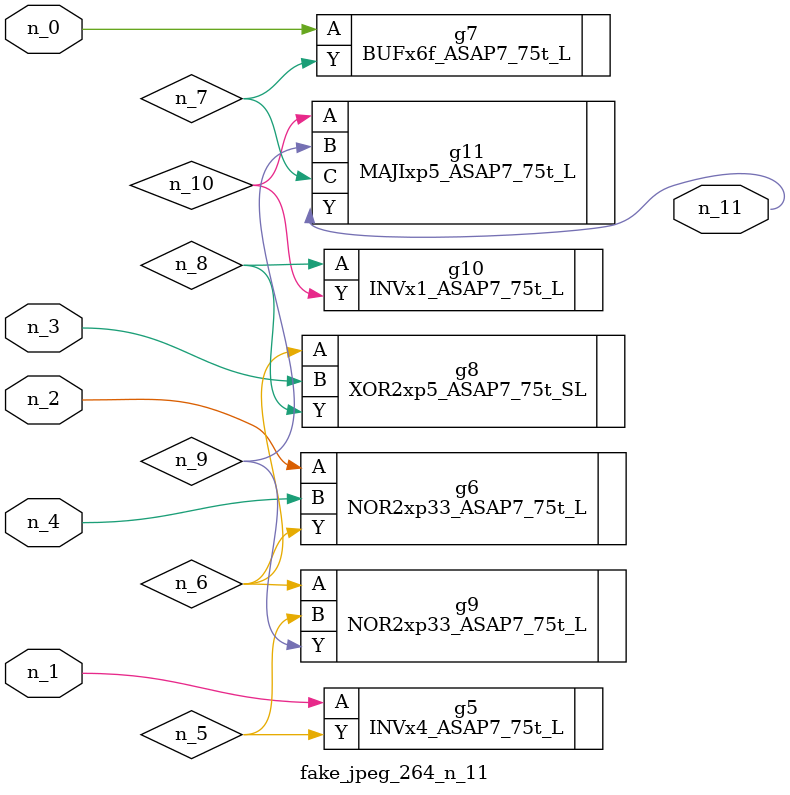
<source format=v>
module fake_jpeg_264_n_11 (n_3, n_2, n_1, n_0, n_4, n_11);

input n_3;
input n_2;
input n_1;
input n_0;
input n_4;

output n_11;

wire n_10;
wire n_8;
wire n_9;
wire n_6;
wire n_5;
wire n_7;

INVx4_ASAP7_75t_L g5 ( 
.A(n_1),
.Y(n_5)
);

NOR2xp33_ASAP7_75t_L g6 ( 
.A(n_2),
.B(n_4),
.Y(n_6)
);

BUFx6f_ASAP7_75t_L g7 ( 
.A(n_0),
.Y(n_7)
);

XOR2xp5_ASAP7_75t_SL g8 ( 
.A(n_6),
.B(n_3),
.Y(n_8)
);

INVx1_ASAP7_75t_L g10 ( 
.A(n_8),
.Y(n_10)
);

NOR2xp33_ASAP7_75t_L g9 ( 
.A(n_6),
.B(n_5),
.Y(n_9)
);

MAJIxp5_ASAP7_75t_L g11 ( 
.A(n_10),
.B(n_9),
.C(n_7),
.Y(n_11)
);


endmodule
</source>
